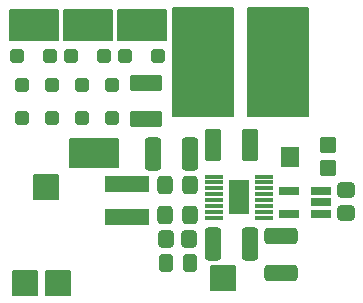
<source format=gts>
%TF.GenerationSoftware,KiCad,Pcbnew,7.0.1-0*%
%TF.CreationDate,2023-04-04T18:33:11-07:00*%
%TF.ProjectId,ULD_Test_Board,554c445f-5465-4737-945f-426f6172642e,A*%
%TF.SameCoordinates,Original*%
%TF.FileFunction,Soldermask,Top*%
%TF.FilePolarity,Negative*%
%FSLAX46Y46*%
G04 Gerber Fmt 4.6, Leading zero omitted, Abs format (unit mm)*
G04 Created by KiCad (PCBNEW 7.0.1-0) date 2023-04-04 18:33:11*
%MOMM*%
%LPD*%
G01*
G04 APERTURE LIST*
G04 Aperture macros list*
%AMRoundRect*
0 Rectangle with rounded corners*
0 $1 Rounding radius*
0 $2 $3 $4 $5 $6 $7 $8 $9 X,Y pos of 4 corners*
0 Add a 4 corners polygon primitive as box body*
4,1,4,$2,$3,$4,$5,$6,$7,$8,$9,$2,$3,0*
0 Add four circle primitives for the rounded corners*
1,1,$1+$1,$2,$3*
1,1,$1+$1,$4,$5*
1,1,$1+$1,$6,$7*
1,1,$1+$1,$8,$9*
0 Add four rect primitives between the rounded corners*
20,1,$1+$1,$2,$3,$4,$5,0*
20,1,$1+$1,$4,$5,$6,$7,0*
20,1,$1+$1,$6,$7,$8,$9,0*
20,1,$1+$1,$8,$9,$2,$3,0*%
G04 Aperture macros list end*
%ADD10C,0.152400*%
%ADD11C,0.177800*%
%ADD12RoundRect,0.300800X0.325000X0.450000X-0.325000X0.450000X-0.325000X-0.450000X0.325000X-0.450000X0*%
%ADD13RoundRect,0.300800X-0.300000X0.300000X-0.300000X-0.300000X0.300000X-0.300000X0.300000X0.300000X0*%
%ADD14RoundRect,0.125800X0.650000X0.075000X-0.650000X0.075000X-0.650000X-0.075000X0.650000X-0.075000X0*%
%ADD15RoundRect,0.050800X0.825500X1.422500X-0.825500X1.422500X-0.825500X-1.422500X0.825500X-1.422500X0*%
%ADD16RoundRect,0.300800X0.300000X0.300000X-0.300000X0.300000X-0.300000X-0.300000X0.300000X-0.300000X0*%
%ADD17RoundRect,0.050800X0.600000X0.600000X-0.600000X0.600000X-0.600000X-0.600000X0.600000X-0.600000X0*%
%ADD18RoundRect,0.050800X0.750000X0.800000X-0.750000X0.800000X-0.750000X-0.800000X0.750000X-0.800000X0*%
%ADD19RoundRect,0.050800X0.780000X0.325000X-0.780000X0.325000X-0.780000X-0.325000X0.780000X-0.325000X0*%
%ADD20RoundRect,0.300800X-0.400000X-1.075000X0.400000X-1.075000X0.400000X1.075000X-0.400000X1.075000X0*%
%ADD21RoundRect,0.300800X0.300000X-0.300000X0.300000X0.300000X-0.300000X0.300000X-0.300000X-0.300000X0*%
%ADD22RoundRect,0.300800X-0.337500X-0.475000X0.337500X-0.475000X0.337500X0.475000X-0.337500X0.475000X0*%
%ADD23RoundRect,0.300800X-0.450000X0.350000X-0.450000X-0.350000X0.450000X-0.350000X0.450000X0.350000X0*%
%ADD24RoundRect,0.300800X1.075000X-0.400000X1.075000X0.400000X-1.075000X0.400000X-1.075000X-0.400000X0*%
%ADD25RoundRect,0.050800X1.850000X-0.600000X1.850000X0.600000X-1.850000X0.600000X-1.850000X-0.600000X0*%
%ADD26RoundRect,0.300800X-0.412500X-1.100000X0.412500X-1.100000X0.412500X1.100000X-0.412500X1.100000X0*%
%ADD27RoundRect,0.300800X-1.100000X0.412500X-1.100000X-0.412500X1.100000X-0.412500X1.100000X0.412500X0*%
%ADD28RoundRect,0.300800X0.350000X0.450000X-0.350000X0.450000X-0.350000X-0.450000X0.350000X-0.450000X0*%
%ADD29RoundRect,0.300800X0.337500X0.475000X-0.337500X0.475000X-0.337500X-0.475000X0.337500X-0.475000X0*%
G04 APERTURE END LIST*
D10*
X27940000Y-39878000D02*
X29972000Y-39878000D01*
X29972000Y-41910000D01*
X27940000Y-41910000D01*
X27940000Y-39878000D01*
G36*
X27940000Y-39878000D02*
G01*
X29972000Y-39878000D01*
X29972000Y-41910000D01*
X27940000Y-41910000D01*
X27940000Y-39878000D01*
G37*
X30449000Y-25889000D02*
X34513000Y-25889000D01*
X34513000Y-28429000D01*
X30449000Y-28429000D01*
X30449000Y-25889000D01*
G36*
X30449000Y-25889000D02*
G01*
X34513000Y-25889000D01*
X34513000Y-28429000D01*
X30449000Y-28429000D01*
X30449000Y-25889000D01*
G37*
X30988000Y-36830000D02*
X35052000Y-36830000D01*
X35052000Y-39243000D01*
X30988000Y-39243000D01*
X30988000Y-36830000D01*
G36*
X30988000Y-36830000D02*
G01*
X35052000Y-36830000D01*
X35052000Y-39243000D01*
X30988000Y-39243000D01*
X30988000Y-36830000D01*
G37*
D11*
X46070000Y-25762000D02*
X51150000Y-25762000D01*
X51150000Y-34906000D01*
X46070000Y-34906000D01*
X46070000Y-25762000D01*
G36*
X46070000Y-25762000D02*
G01*
X51150000Y-25762000D01*
X51150000Y-34906000D01*
X46070000Y-34906000D01*
X46070000Y-25762000D01*
G37*
D10*
X35021000Y-25889000D02*
X39085000Y-25889000D01*
X39085000Y-28429000D01*
X35021000Y-28429000D01*
X35021000Y-25889000D01*
G36*
X35021000Y-25889000D02*
G01*
X39085000Y-25889000D01*
X39085000Y-28429000D01*
X35021000Y-28429000D01*
X35021000Y-25889000D01*
G37*
D11*
X39720000Y-25762000D02*
X44800000Y-25762000D01*
X44800000Y-34906000D01*
X39720000Y-34906000D01*
X39720000Y-25762000D01*
G36*
X39720000Y-25762000D02*
G01*
X44800000Y-25762000D01*
X44800000Y-34906000D01*
X39720000Y-34906000D01*
X39720000Y-25762000D01*
G37*
D10*
X25877000Y-25889000D02*
X29941000Y-25889000D01*
X29941000Y-28429000D01*
X25877000Y-28429000D01*
X25877000Y-25889000D01*
G36*
X25877000Y-25889000D02*
G01*
X29941000Y-25889000D01*
X29941000Y-28429000D01*
X25877000Y-28429000D01*
X25877000Y-25889000D01*
G37*
X26162000Y-48006000D02*
X28194000Y-48006000D01*
X28194000Y-50038000D01*
X26162000Y-50038000D01*
X26162000Y-48006000D01*
G36*
X26162000Y-48006000D02*
G01*
X28194000Y-48006000D01*
X28194000Y-50038000D01*
X26162000Y-50038000D01*
X26162000Y-48006000D01*
G37*
X28956000Y-48006000D02*
X30988000Y-48006000D01*
X30988000Y-50038000D01*
X28956000Y-50038000D01*
X28956000Y-48006000D01*
G36*
X28956000Y-48006000D02*
G01*
X30988000Y-48006000D01*
X30988000Y-50038000D01*
X28956000Y-50038000D01*
X28956000Y-48006000D01*
G37*
X42926000Y-47561500D02*
X44958000Y-47561500D01*
X44958000Y-49593500D01*
X42926000Y-49593500D01*
X42926000Y-47561500D01*
G36*
X42926000Y-47561500D02*
G01*
X44958000Y-47561500D01*
X44958000Y-49593500D01*
X42926000Y-49593500D01*
X42926000Y-47561500D01*
G37*
D12*
%TO.C,D1*%
X41135000Y-47352000D03*
X39085000Y-47352000D03*
%TD*%
D13*
%TO.C,D3*%
X31973000Y-32233000D03*
X31973000Y-35033000D03*
%TD*%
D14*
%TO.C,U1*%
X47458000Y-43517000D03*
X47458000Y-43017000D03*
X47458000Y-42517000D03*
X47458000Y-42017000D03*
X47458000Y-41517000D03*
X47458000Y-41017000D03*
X47458000Y-40517000D03*
X47458000Y-40017000D03*
X43158000Y-40017000D03*
X43158000Y-40517000D03*
X43158000Y-41017000D03*
X43158000Y-41517000D03*
X43158000Y-42017000D03*
X43158000Y-42517000D03*
X43158000Y-43017000D03*
X43158000Y-43517000D03*
D15*
X45308000Y-41767000D03*
%TD*%
D16*
%TO.C,D8*%
X38453000Y-29823000D03*
X35653000Y-29823000D03*
%TD*%
D17*
%TO.C,RV1*%
X52832000Y-39338000D03*
D18*
X49582000Y-38338000D03*
D17*
X52832000Y-37338000D03*
%TD*%
D19*
%TO.C,U2*%
X52255000Y-43159000D03*
X52255000Y-42209000D03*
X52255000Y-41259000D03*
X49555000Y-41259000D03*
X49555000Y-43159000D03*
%TD*%
D20*
%TO.C,R2*%
X43123000Y-37319000D03*
X46223000Y-37319000D03*
%TD*%
D21*
%TO.C,D2*%
X34513000Y-35033000D03*
X34513000Y-32233000D03*
%TD*%
D16*
%TO.C,D6*%
X29309000Y-29823000D03*
X26509000Y-29823000D03*
%TD*%
D22*
%TO.C,C3*%
X39072500Y-40751000D03*
X41147500Y-40751000D03*
%TD*%
D16*
%TO.C,D7*%
X33881000Y-29823000D03*
X31081000Y-29823000D03*
%TD*%
D23*
%TO.C,R3*%
X54334000Y-41148000D03*
X54334000Y-43148000D03*
%TD*%
D21*
%TO.C,D4*%
X29433000Y-35033000D03*
X29433000Y-32233000D03*
%TD*%
D24*
%TO.C,R4*%
X37434000Y-35183000D03*
X37434000Y-32083000D03*
%TD*%
D25*
%TO.C,L1*%
X35792000Y-43421000D03*
X35792000Y-40621000D03*
%TD*%
D26*
%TO.C,C1*%
X43119500Y-45704000D03*
X46244500Y-45704000D03*
%TD*%
%TO.C,C5*%
X38039500Y-38081000D03*
X41164500Y-38081000D03*
%TD*%
D27*
%TO.C,C4*%
X48873000Y-45030500D03*
X48873000Y-48155500D03*
%TD*%
D13*
%TO.C,D5*%
X26893000Y-32233000D03*
X26893000Y-35033000D03*
%TD*%
D28*
%TO.C,R1*%
X41110000Y-45320000D03*
X39110000Y-45320000D03*
%TD*%
D29*
%TO.C,C2*%
X41147500Y-43291000D03*
X39072500Y-43291000D03*
%TD*%
M02*

</source>
